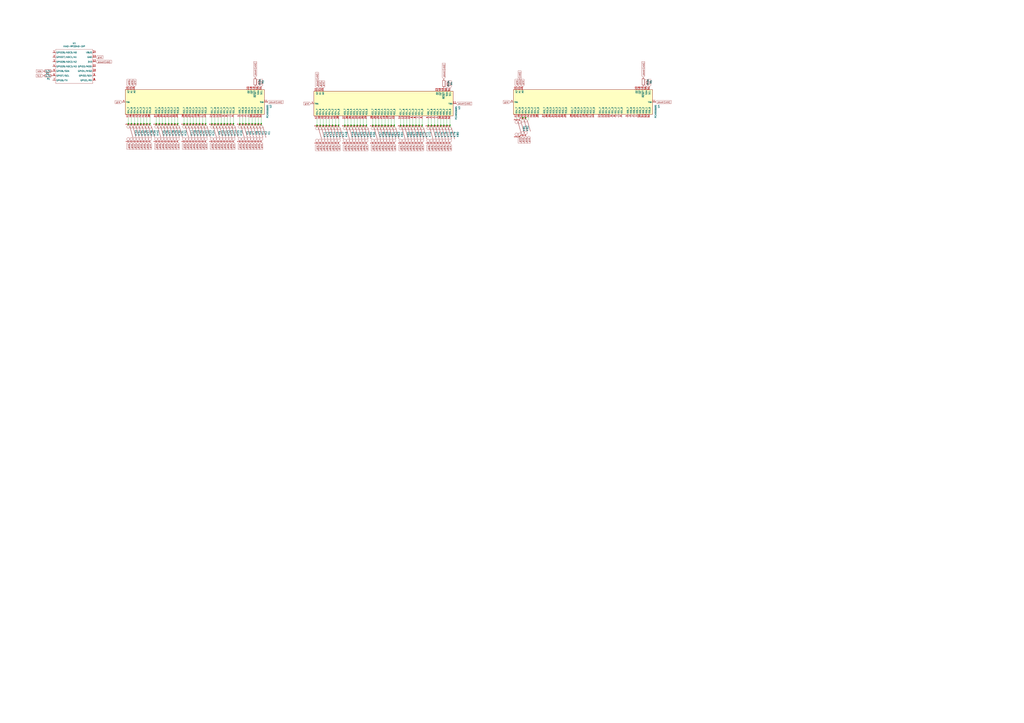
<source format=kicad_sch>
(kicad_sch (version 20231120) (generator "eeschema") (generator_version "8.0")
  (paper "A1")
  (lib_symbols
    (symbol "Device:R" (pin_numbers hide) (pin_names (offset 0))
      (property "Reference" "R" (at 2.032 0 90))
      (property "Value" "R" (at 0 0 90))
      (symbol "R_1_1"
        (pin passive line (at 0 3.81 270) (length 1.27) (name "~") (number "1"))
        (pin passive line (at 0 -3.81 90) (length 1.27) (name "~") (number "2"))
      )
    )
    (symbol "Interface_Expansion:PCA9506BS"
      (property "Reference" "U" (at -8.89 59.69 0))
      (property "Value" "PCA9506BS" (at 6.35 59.69 0))
      (symbol "PCA9506BS_1_1"
        (pin bidirectional line (at 12.7 45.72 180) (length 2.54) (name "IO0_4") (number "1"))
        (pin bidirectional line (at 12.7 22.86 180) (length 2.54) (name "IO1_4") (number "10"))
        (pin power_in line (at 0 60.96 270) (length 2.54) (name "V_{DD}") (number "11"))
        (pin bidirectional line (at 12.7 20.32 180) (length 2.54) (name "IO1_5") (number "12"))
        (pin bidirectional line (at 12.7 17.78 180) (length 2.54) (name "IO1_6") (number "13"))
        (pin bidirectional line (at 12.7 15.24 180) (length 2.54) (name "IO1_7") (number "14"))
        (pin bidirectional line (at 12.7 10.16 180) (length 2.54) (name "IO2_0") (number "15"))
        (pin passive line (at 0 -58.42 90) (length 2.54) hide (name "V_{SS}") (number "16"))
        (pin bidirectional line (at 12.7 7.62 180) (length 2.54) (name "IO2_1") (number "17"))
        (pin bidirectional line (at 12.7 5.08 180) (length 2.54) (name "IO2_2") (number "18"))
        (pin bidirectional line (at 12.7 2.54 180) (length 2.54) (name "IO2_3") (number "19"))
        (pin bidirectional line (at 12.7 43.18 180) (length 2.54) (name "IO0_5") (number "2"))
        (pin input line (at -12.7 -48.26 0) (length 2.54) (name "A0") (number "20"))
        (pin input line (at -12.7 -50.8 0) (length 2.54) (name "A1") (number "21"))
        (pin input line (at -12.7 -53.34 0) (length 2.54) (name "A2") (number "22"))
        (pin input line (at -12.7 45.72 0) (length 2.54) (name "~{OE}") (number "23"))
        (pin bidirectional line (at 12.7 0 180) (length 2.54) (name "IO2_4") (number "24"))
        (pin bidirectional line (at 12.7 -2.54 180) (length 2.54) (name "IO2_5") (number "25"))
        (pin bidirectional line (at 12.7 -5.08 180) (length 2.54) (name "IO2_6") (number "26"))
        (pin passive line (at 0 -58.42 90) (length 2.54) hide (name "V_{SS}") (number "27"))
        (pin bidirectional line (at 12.7 -7.62 180) (length 2.54) (name "IO2_7") (number "28"))
        (pin bidirectional line (at 12.7 -12.7 180) (length 2.54) (name "IO3_0") (number "29"))
        (pin bidirectional line (at 12.7 40.64 180) (length 2.54) (name "IO0_6") (number "3"))
        (pin bidirectional line (at 12.7 -15.24 180) (length 2.54) (name "IO3_1") (number "30"))
        (pin bidirectional line (at 12.7 -17.78 180) (length 2.54) (name "IO3_2") (number "31"))
        (pin passive line (at 0 -58.42 90) (length 2.54) hide (name "V_{SS}") (number "32"))
        (pin bidirectional line (at 12.7 -20.32 180) (length 2.54) (name "IO3_3") (number "33"))
        (pin bidirectional line (at 12.7 -22.86 180) (length 2.54) (name "IO3_4") (number "34"))
        (pin bidirectional line (at 12.7 -25.4 180) (length 2.54) (name "IO3_5") (number "35"))
        (pin bidirectional line (at 12.7 -27.94 180) (length 2.54) (name "IO3_6") (number "36"))
        (pin bidirectional line (at 12.7 -30.48 180) (length 2.54) (name "IO3_7") (number "37"))
        (pin bidirectional line (at 12.7 -35.56 180) (length 2.54) (name "IO4_0") (number "38"))
        (pin passive line (at 0 60.96 270) (length 2.54) hide (name "V_{DD}") (number "39"))
        (pin power_in line (at 0 -58.42 90) (length 2.54) (name "V_{SS}") (number "4"))
        (pin bidirectional line (at 12.7 -38.1 180) (length 2.54) (name "IO4_1") (number "40"))
        (pin bidirectional line (at 12.7 -40.64 180) (length 2.54) (name "IO4_2") (number "41"))
        (pin bidirectional line (at 12.7 -43.18 180) (length 2.54) (name "IO4_3") (number "42"))
        (pin bidirectional line (at 12.7 -45.72 180) (length 2.54) (name "IO4_4") (number "43"))
        (pin passive line (at 0 -58.42 90) (length 2.54) hide (name "V_{SS}") (number "44"))
        (pin bidirectional line (at 12.7 -48.26 180) (length 2.54) (name "IO4_5") (number "45"))
        (pin bidirectional line (at 12.7 -50.8 180) (length 2.54) (name "IO4_6") (number "46"))
        (pin bidirectional line (at 12.7 -53.34 180) (length 2.54) (name "IO4_7") (number "47"))
        (pin open_collector line (at -12.7 48.26 0) (length 2.54) (name "~{INT}") (number "48"))
        (pin input line (at -12.7 50.8 0) (length 2.54) (name "~{RESET}") (number "49"))
        (pin bidirectional line (at 12.7 38.1 180) (length 2.54) (name "IO0_7") (number "5"))
        (pin bidirectional line (at -12.7 53.34 0) (length 2.54) (name "SDA") (number "50"))
        (pin input line (at -12.7 55.88 0) (length 2.54) (name "SCL") (number "51"))
        (pin bidirectional line (at 12.7 55.88 180) (length 2.54) (name "IO0_0") (number "52"))
        (pin bidirectional line (at 12.7 53.34 180) (length 2.54) (name "IO0_1") (number "53"))
        (pin bidirectional line (at 12.7 50.8 180) (length 2.54) (name "IO0_2") (number "54"))
        (pin passive line (at 0 -58.42 90) (length 2.54) hide (name "V_{SS}") (number "55"))
        (pin bidirectional line (at 12.7 48.26 180) (length 2.54) (name "IO0_3") (number "56"))
        (pin passive line (at 0 -58.42 90) (length 2.54) hide (name "V_{SS}") (number "57"))
        (pin bidirectional line (at 12.7 33.02 180) (length 2.54) (name "IO1_0") (number "6"))
        (pin bidirectional line (at 12.7 30.48 180) (length 2.54) (name "IO1_1") (number "7"))
        (pin bidirectional line (at 12.7 27.94 180) (length 2.54) (name "IO1_2") (number "8"))
        (pin bidirectional line (at 12.7 25.4 180) (length 2.54) (name "IO1_3") (number "9"))
      )
    )
    (symbol "Seeed_Studio_XIAO_Series:XIAO-RP2040-DIP"
      (property "Reference" "U" (at 0 0 0))
      (property "Value" "XIAO-RP2040-DIP" (at 5.334 -1.778 0))
      (symbol "XIAO-RP2040-DIP_1_0"
        (pin passive line (at -3.81 -5.08 0) (length 2.54) (name "GPIO26/ADC0/A0") (number "1"))
        (pin passive line (at 31.75 -20.32 180) (length 2.54) (name "GPIO4/MISO") (number "10"))
        (pin passive line (at 31.75 -16.51 180) (length 2.54) (name "GPIO3/MOSI") (number "11"))
        (pin passive line (at 31.75 -12.7 180) (length 2.54) (name "3V3") (number "12"))
        (pin passive line (at 31.75 -8.89 180) (length 2.54) (name "GND") (number "13"))
        (pin passive line (at 31.75 -5.08 180) (length 2.54) (name "VBUS") (number "14"))
        (pin passive line (at -3.81 -8.89 0) (length 2.54) (name "GPIO27/ADC1/A1") (number "2"))
        (pin passive line (at -3.81 -12.7 0) (length 2.54) (name "GPIO28/ADC2/A2") (number "3"))
        (pin passive line (at -3.81 -16.51 0) (length 2.54) (name "GPIO29/ADC3/A3") (number "4"))
        (pin passive line (at -3.81 -20.32 0) (length 2.54) (name "GPIO6/SDA") (number "5"))
        (pin passive line (at -3.81 -24.13 0) (length 2.54) (name "GPIO7/SCL") (number "6"))
        (pin passive line (at -3.81 -27.94 0) (length 2.54) (name "GPIO0/TX") (number "7"))
        (pin passive line (at 31.75 -27.94 180) (length 2.54) (name "GPIO1/RX") (number "8"))
        (pin passive line (at 31.75 -24.13 180) (length 2.54) (name "GPIO2/SCK") (number "9"))
      )
    )
    (symbol "keyboard_parts:KEYSW" (pin_names (offset 1.016))
      (property "Reference" "K?" (at -1.27 0 0))
      (symbol "KEYSW_1_1"
        (pin passive line (at 7.62 0 180) (length 1.27) (name "~") (number "1"))
        (pin passive line (at -7.62 0 0) (length 1.27) (name "~") (number "2"))
      )
    )
  )
  (junction (at 288.29 102.87))
  (junction (at 354.33 102.87))
  (junction (at 278.13 102.87))
  (junction (at 429.26 96.52))
  (junction (at 143.51 101.6))
  (junction (at 146.05 101.6))
  (junction (at 431.8 96.52))
  (junction (at 270.51 102.87))
  (junction (at 204.47 101.6))
  (junction (at 285.75 102.87))
  (junction (at 318.77 102.87))
  (junction (at 313.69 102.87))
  (junction (at 293.37 102.87))
  (junction (at 351.79 102.87))
  (junction (at 199.39 101.6))
  (junction (at 186.69 101.6))
  (junction (at 367.03 102.87))
  (junction (at 128.27 101.6))
  (junction (at 166.37 101.6))
  (junction (at 275.59 102.87))
  (junction (at 115.57 101.6))
  (junction (at 156.21 101.6))
  (junction (at 168.91 101.6))
  (junction (at 341.63 102.87))
  (junction (at 135.89 101.6))
  (junction (at 189.23 101.6))
  (junction (at 262.89 102.87))
  (junction (at 364.49 102.87))
  (junction (at 369.57 102.87))
  (junction (at 133.35 101.6))
  (junction (at 321.31 102.87))
  (junction (at 308.61 102.87))
  (junction (at 201.93 101.6))
  (junction (at 316.23 102.87))
  (junction (at 267.97 102.87))
  (junction (at 130.81 101.6))
  (junction (at 176.53 101.6))
  (junction (at 105.41 101.6))
  (junction (at 306.07 102.87))
  (junction (at 179.07 101.6))
  (junction (at 339.09 102.87))
  (junction (at 334.01 102.87))
  (junction (at 265.43 102.87))
  (junction (at 153.67 101.6))
  (junction (at 118.11 101.6))
  (junction (at 209.55 101.6))
  (junction (at 151.13 101.6))
  (junction (at 140.97 101.6))
  (junction (at 110.49 101.6))
  (junction (at 295.91 102.87))
  (junction (at 138.43 101.6))
  (junction (at 260.35 102.87))
  (junction (at 184.15 101.6))
  (junction (at 298.45 102.87))
  (junction (at 344.17 102.87))
  (junction (at 181.61 101.6))
  (junction (at 359.41 102.87))
  (junction (at 361.95 102.87))
  (junction (at 328.93 102.87))
  (junction (at 107.95 101.6))
  (junction (at 120.65 101.6))
  (junction (at 163.83 101.6))
  (junction (at 323.85 102.87))
  (junction (at 173.99 101.6))
  (junction (at 283.21 102.87))
  (junction (at 336.55 102.87))
  (junction (at 311.15 102.87))
  (junction (at 331.47 102.87))
  (junction (at 207.01 101.6))
  (junction (at 356.87 102.87))
  (junction (at 113.03 101.6))
  (junction (at 158.75 101.6))
  (junction (at 214.63 101.6))
  (junction (at 161.29 101.6))
  (junction (at 290.83 102.87))
  (junction (at 346.71 102.87))
  (junction (at 300.99 102.87))
  (junction (at 196.85 101.6))
  (junction (at 123.19 101.6))
  (junction (at 191.77 101.6))
  (junction (at 212.09 101.6))
  (junction (at 273.05 102.87))
  (wire (pts (xy 308.61 105.41) (xy 308.61 102.87)))
  (wire (pts (xy 260.35 97.79) (xy 260.35 102.87)))
  (wire (pts (xy 344.17 105.41) (xy 344.17 102.87)))
  (wire (pts (xy 354.33 105.41) (xy 354.33 102.87)))
  (wire (pts (xy 275.59 105.41) (xy 275.59 102.87)))
  (wire (pts (xy 209.55 96.52) (xy 209.55 101.6)))
  (wire (pts (xy 369.57 105.41) (xy 369.57 102.87)))
  (wire (pts (xy 359.41 97.79) (xy 359.41 102.87)))
  (wire (pts (xy 204.47 96.52) (xy 204.47 101.6)))
  (wire (pts (xy 110.49 96.52) (xy 110.49 101.6)))
  (wire (pts (xy 140.97 96.52) (xy 140.97 101.6)))
  (wire (pts (xy 308.61 97.79) (xy 308.61 102.87)))
  (wire (pts (xy 318.77 97.79) (xy 318.77 102.87)))
  (wire (pts (xy 176.53 104.14) (xy 176.53 101.6)))
  (wire (pts (xy 262.89 105.41) (xy 262.89 102.87)))
  (wire (pts (xy 275.59 97.79) (xy 275.59 102.87)))
  (wire (pts (xy 361.95 97.79) (xy 361.95 102.87)))
  (wire (pts (xy 346.71 97.79) (xy 346.71 102.87)))
  (wire (pts (xy 270.51 97.79) (xy 270.51 102.87)))
  (wire (pts (xy 181.61 96.52) (xy 181.61 101.6)))
  (wire (pts (xy 207.01 96.52) (xy 207.01 101.6)))
  (wire (pts (xy 138.43 104.14) (xy 138.43 101.6)))
  (wire (pts (xy 267.97 97.79) (xy 267.97 102.87)))
  (wire (pts (xy 184.15 104.14) (xy 184.15 101.6)))
  (wire (pts (xy 207.01 104.14) (xy 207.01 101.6)))
  (wire (pts (xy 186.69 96.52) (xy 186.69 101.6)))
  (wire (pts (xy 323.85 97.79) (xy 323.85 102.87)))
  (wire (pts (xy 278.13 97.79) (xy 278.13 102.87)))
  (wire (pts (xy 344.17 97.79) (xy 344.17 102.87)))
  (wire (pts (xy 434.34 99.06) (xy 434.34 96.52)))
  (wire (pts (xy 367.03 105.41) (xy 367.03 102.87)))
  (wire (pts (xy 133.35 104.14) (xy 133.35 101.6)))
  (wire (pts (xy 209.55 104.14) (xy 209.55 101.6)))
  (wire (pts (xy 135.89 96.52) (xy 135.89 101.6)))
  (wire (pts (xy 336.55 105.41) (xy 336.55 102.87)))
  (wire (pts (xy 158.75 96.52) (xy 158.75 101.6)))
  (wire (pts (xy 356.87 105.41) (xy 356.87 102.87)))
  (wire (pts (xy 316.23 97.79) (xy 316.23 102.87)))
  (wire (pts (xy 135.89 104.14) (xy 135.89 101.6)))
  (wire (pts (xy 179.07 96.52) (xy 179.07 101.6)))
  (wire (pts (xy 105.41 96.52) (xy 105.41 101.6)))
  (wire (pts (xy 265.43 105.41) (xy 265.43 102.87)))
  (wire (pts (xy 173.99 104.14) (xy 173.99 101.6)))
  (wire (pts (xy 341.63 105.41) (xy 341.63 102.87)))
  (wire (pts (xy 168.91 96.52) (xy 168.91 101.6)))
  (wire (pts (xy 313.69 97.79) (xy 313.69 102.87)))
  (wire (pts (xy 311.15 97.79) (xy 311.15 102.87)))
  (wire (pts (xy 113.03 104.14) (xy 113.03 101.6)))
  (wire (pts (xy 306.07 105.41) (xy 306.07 102.87)))
  (wire (pts (xy 214.63 104.14) (xy 214.63 101.6)))
  (wire (pts (xy 351.79 105.41) (xy 351.79 102.87)))
  (wire (pts (xy 424.18 97.79) (xy 424.18 96.52)))
  (wire (pts (xy 120.65 104.14) (xy 120.65 101.6)))
  (wire (pts (xy 426.72 113.03) (xy 426.72 111.76)))
  (wire (pts (xy 351.79 97.79) (xy 351.79 102.87)))
  (wire (pts (xy 146.05 104.14) (xy 146.05 101.6)))
  (wire (pts (xy 339.09 97.79) (xy 339.09 102.87)))
  (wire (pts (xy 128.27 104.14) (xy 128.27 101.6)))
  (wire (pts (xy 288.29 97.79) (xy 288.29 102.87)))
  (wire (pts (xy 267.97 105.41) (xy 267.97 102.87)))
  (wire (pts (xy 367.03 97.79) (xy 367.03 102.87)))
  (wire (pts (xy 364.49 97.79) (xy 364.49 102.87)))
  (wire (pts (xy 110.49 104.14) (xy 110.49 101.6)))
  (wire (pts (xy 176.53 96.52) (xy 176.53 101.6)))
  (wire (pts (xy 346.71 105.41) (xy 346.71 102.87)))
  (wire (pts (xy 107.95 104.14) (xy 107.95 101.6)))
  (wire (pts (xy 123.19 104.14) (xy 123.19 101.6)))
  (wire (pts (xy 184.15 96.52) (xy 184.15 101.6)))
  (wire (pts (xy 156.21 96.52) (xy 156.21 101.6)))
  (wire (pts (xy 146.05 96.52) (xy 146.05 101.6)))
  (wire (pts (xy 179.07 104.14) (xy 179.07 101.6)))
  (wire (pts (xy 336.55 97.79) (xy 336.55 102.87)))
  (wire (pts (xy 201.93 96.52) (xy 201.93 101.6)))
  (wire (pts (xy 273.05 97.79) (xy 273.05 102.87)))
  (wire (pts (xy 270.51 105.41) (xy 270.51 102.87)))
  (wire (pts (xy 166.37 96.52) (xy 166.37 101.6)))
  (wire (pts (xy 285.75 97.79) (xy 285.75 102.87)))
  (wire (pts (xy 118.11 104.14) (xy 118.11 101.6)))
  (wire (pts (xy 186.69 104.14) (xy 186.69 101.6)))
  (wire (pts (xy 328.93 105.41) (xy 328.93 102.87)))
  (wire (pts (xy 300.99 97.79) (xy 300.99 102.87)))
  (wire (pts (xy 298.45 105.41) (xy 298.45 102.87)))
  (wire (pts (xy 115.57 96.52) (xy 115.57 101.6)))
  (wire (pts (xy 163.83 104.14) (xy 163.83 101.6)))
  (wire (pts (xy 163.83 96.52) (xy 163.83 101.6)))
  (wire (pts (xy 133.35 96.52) (xy 133.35 101.6)))
  (wire (pts (xy 151.13 104.14) (xy 151.13 101.6)))
  (wire (pts (xy 201.93 104.14) (xy 201.93 101.6)))
  (wire (pts (xy 328.93 97.79) (xy 328.93 102.87)))
  (wire (pts (xy 354.33 97.79) (xy 354.33 102.87)))
  (wire (pts (xy 199.39 104.14) (xy 199.39 101.6)))
  (wire (pts (xy 140.97 104.14) (xy 140.97 101.6)))
  (wire (pts (xy 311.15 105.41) (xy 311.15 102.87)))
  (wire (pts (xy 189.23 104.14) (xy 189.23 101.6)))
  (wire (pts (xy 199.39 96.52) (xy 199.39 101.6)))
  (wire (pts (xy 306.07 97.79) (xy 306.07 102.87)))
  (wire (pts (xy 293.37 105.41) (xy 293.37 102.87)))
  (wire (pts (xy 212.09 96.52) (xy 212.09 101.6)))
  (wire (pts (xy 153.67 104.14) (xy 153.67 101.6)))
  (wire (pts (xy 168.91 104.14) (xy 168.91 101.6)))
  (wire (pts (xy 115.57 104.14) (xy 115.57 101.6)))
  (wire (pts (xy 173.99 96.52) (xy 173.99 101.6)))
  (wire (pts (xy 158.75 104.14) (xy 158.75 101.6)))
  (wire (pts (xy 285.75 105.41) (xy 285.75 102.87)))
  (wire (pts (xy 321.31 105.41) (xy 321.31 102.87)))
  (wire (pts (xy 138.43 96.52) (xy 138.43 101.6)))
  (wire (pts (xy 156.21 104.14) (xy 156.21 101.6)))
  (wire (pts (xy 313.69 105.41) (xy 313.69 102.87)))
  (wire (pts (xy 331.47 105.41) (xy 331.47 102.87)))
  (wire (pts (xy 161.29 96.52) (xy 161.29 101.6)))
  (wire (pts (xy 105.41 104.14) (xy 105.41 101.6)))
  (wire (pts (xy 130.81 104.14) (xy 130.81 101.6)))
  (wire (pts (xy 107.95 96.52) (xy 107.95 101.6)))
  (wire (pts (xy 321.31 97.79) (xy 321.31 102.87)))
  (wire (pts (xy 143.51 104.14) (xy 143.51 101.6)))
  (wire (pts (xy 323.85 105.41) (xy 323.85 102.87)))
  (wire (pts (xy 191.77 104.14) (xy 191.77 101.6)))
  (wire (pts (xy 262.89 97.79) (xy 262.89 102.87)))
  (wire (pts (xy 295.91 105.41) (xy 295.91 102.87)))
  (wire (pts (xy 189.23 96.52) (xy 189.23 101.6)))
  (wire (pts (xy 123.19 96.52) (xy 123.19 101.6)))
  (wire (pts (xy 283.21 105.41) (xy 283.21 102.87)))
  (wire (pts (xy 369.57 97.79) (xy 369.57 102.87)))
  (wire (pts (xy 196.85 96.52) (xy 196.85 101.6)))
  (wire (pts (xy 181.61 104.14) (xy 181.61 101.6)))
  (wire (pts (xy 196.85 104.14) (xy 196.85 101.6)))
  (wire (pts (xy 283.21 97.79) (xy 283.21 102.87)))
  (wire (pts (xy 153.67 96.52) (xy 153.67 101.6)))
  (wire (pts (xy 130.81 96.52) (xy 130.81 101.6)))
  (wire (pts (xy 361.95 105.41) (xy 361.95 102.87)))
  (wire (pts (xy 273.05 105.41) (xy 273.05 102.87)))
  (wire (pts (xy 128.27 96.52) (xy 128.27 101.6)))
  (wire (pts (xy 341.63 97.79) (xy 341.63 102.87)))
  (wire (pts (xy 120.65 96.52) (xy 120.65 101.6)))
  (wire (pts (xy 265.43 97.79) (xy 265.43 102.87)))
  (wire (pts (xy 364.49 105.41) (xy 364.49 102.87)))
  (wire (pts (xy 151.13 96.52) (xy 151.13 101.6)))
  (wire (pts (xy 339.09 105.41) (xy 339.09 102.87)))
  (wire (pts (xy 113.03 96.52) (xy 113.03 101.6)))
  (wire (pts (xy 290.83 105.41) (xy 290.83 102.87)))
  (wire (pts (xy 359.41 105.41) (xy 359.41 102.87)))
  (wire (pts (xy 429.26 99.06) (xy 429.26 96.52)))
  (wire (pts (xy 214.63 96.52) (xy 214.63 101.6)))
  (wire (pts (xy 143.51 96.52) (xy 143.51 101.6)))
  (wire (pts (xy 331.47 97.79) (xy 331.47 102.87)))
  (wire (pts (xy 260.35 105.41) (xy 260.35 102.87)))
  (wire (pts (xy 316.23 105.41) (xy 316.23 102.87)))
  (wire (pts (xy 191.77 96.52) (xy 191.77 101.6)))
  (wire (pts (xy 334.01 97.79) (xy 334.01 102.87)))
  (wire (pts (xy 300.99 105.41) (xy 300.99 102.87)))
  (wire (pts (xy 295.91 97.79) (xy 295.91 102.87)))
  (wire (pts (xy 298.45 97.79) (xy 298.45 102.87)))
  (wire (pts (xy 426.72 97.79) (xy 426.72 96.52)))
  (wire (pts (xy 204.47 104.14) (xy 204.47 101.6)))
  (wire (pts (xy 166.37 104.14) (xy 166.37 101.6)))
  (wire (pts (xy 161.29 104.14) (xy 161.29 101.6)))
  (wire (pts (xy 118.11 96.52) (xy 118.11 101.6)))
  (wire (pts (xy 290.83 97.79) (xy 290.83 102.87)))
  (wire (pts (xy 288.29 105.41) (xy 288.29 102.87)))
  (wire (pts (xy 431.8 99.06) (xy 431.8 96.52)))
  (wire (pts (xy 278.13 105.41) (xy 278.13 102.87)))
  (wire (pts (xy 318.77 105.41) (xy 318.77 102.87)))
  (wire (pts (xy 356.87 97.79) (xy 356.87 102.87)))
  (wire (pts (xy 293.37 97.79) (xy 293.37 102.87)))
  (wire (pts (xy 212.09 104.14) (xy 212.09 101.6)))
  (wire (pts (xy 334.01 105.41) (xy 334.01 102.87)))
  (global_label "gnd" (shape input) (at 128.27 116.84 270) (property "Intersheetrefs" "${INTERSHEET_REFS}" (effects (hide yes))))
  (global_label "power(vdd)" (shape input) (at 374.65 85.09 0) (property "Intersheetrefs" "${INTERSHEET_REFS}" (effects (hide yes))))
  (global_label "gnd" (shape input) (at 270.51 118.11 270) (property "Intersheetrefs" "${INTERSHEET_REFS}" (effects (hide yes))))
  (global_label "gnd" (shape input) (at 186.69 116.84 270) (property "Intersheetrefs" "${INTERSHEET_REFS}" (effects (hide yes))))
  (global_label "gnd" (shape input) (at 359.41 118.11 270) (property "Intersheetrefs" "${INTERSHEET_REFS}" (effects (hide yes))))
  (global_label "gnd" (shape input) (at 318.77 118.11 270) (property "Intersheetrefs" "${INTERSHEET_REFS}" (effects (hide yes))))
  (global_label "gnd" (shape input) (at 262.89 72.39 90) (property "Intersheetrefs" "${INTERSHEET_REFS}" (effects (hide yes))))
  (global_label "gnd" (shape input) (at 176.53 116.84 270) (property "Intersheetrefs" "${INTERSHEET_REFS}" (effects (hide yes))))
  (global_label "gnd" (shape input) (at 191.77 116.84 270) (property "Intersheetrefs" "${INTERSHEET_REFS}" (effects (hide yes))))
  (global_label "gnd" (shape input) (at 313.69 118.11 270) (property "Intersheetrefs" "${INTERSHEET_REFS}" (effects (hide yes))))
  (global_label "gnd" (shape input) (at 311.15 118.11 270) (property "Intersheetrefs" "${INTERSHEET_REFS}" (effects (hide yes))))
  (global_label "SLC" (shape input) (at 35.56 62.23 180) (property "Intersheetrefs" "${INTERSHEET_REFS}" (effects (hide yes))))
  (global_label "gnd" (shape input) (at 298.45 118.11 270) (property "Intersheetrefs" "${INTERSHEET_REFS}" (effects (hide yes))))
  (global_label "gnd" (shape input) (at 265.43 72.39 90) (property "Intersheetrefs" "${INTERSHEET_REFS}" (effects (hide yes))))
  (global_label "gnd" (shape input) (at 115.57 116.84 270) (property "Intersheetrefs" "${INTERSHEET_REFS}" (effects (hide yes))))
  (global_label "gnd" (shape input) (at 166.37 116.84 270) (property "Intersheetrefs" "${INTERSHEET_REFS}" (effects (hide yes))))
  (global_label "gnd" (shape input) (at 361.95 118.11 270) (property "Intersheetrefs" "${INTERSHEET_REFS}" (effects (hide yes))))
  (global_label "gnd" (shape input) (at 434.34 111.76 270) (property "Intersheetrefs" "${INTERSHEET_REFS}" (effects (hide yes))))
  (global_label "gnd" (shape input) (at 189.23 116.84 270) (property "Intersheetrefs" "${INTERSHEET_REFS}" (effects (hide yes))))
  (global_label "sda" (shape input) (at 530.86 71.12 90) (property "Intersheetrefs" "${INTERSHEET_REFS}" (effects (hide yes))))
  (global_label "gnd" (shape input) (at 334.01 118.11 270) (property "Intersheetrefs" "${INTERSHEET_REFS}" (effects (hide yes))))
  (global_label "gnd" (shape input) (at 424.18 71.12 90) (property "Intersheetrefs" "${INTERSHEET_REFS}" (effects (hide yes))))
  (global_label "gnd" (shape input) (at 265.43 118.11 270) (property "Intersheetrefs" "${INTERSHEET_REFS}" (effects (hide yes))))
  (global_label "gnd" (shape input) (at 110.49 116.84 270) (property "Intersheetrefs" "${INTERSHEET_REFS}" (effects (hide yes))))
  (global_label "power(vdd)" (shape input) (at 78.74 50.8 0) (property "Intersheetrefs" "${INTERSHEET_REFS}" (effects (hide yes))))
  (global_label "gnd" (shape input) (at 196.85 116.84 270) (property "Intersheetrefs" "${INTERSHEET_REFS}" (effects (hide yes))))
  (global_label "gnd" (shape input) (at 209.55 116.84 270) (property "Intersheetrefs" "${INTERSHEET_REFS}" (effects (hide yes))))
  (global_label "sda" (shape input) (at 35.56 58.42 180) (property "Intersheetrefs" "${INTERSHEET_REFS}" (effects (hide yes))))
  (global_label "gnd" (shape input) (at 130.81 116.84 270) (property "Intersheetrefs" "${INTERSHEET_REFS}" (effects (hide yes))))
  (global_label "gnd" (shape input) (at 199.39 116.84 270) (property "Intersheetrefs" "${INTERSHEET_REFS}" (effects (hide yes))))
  (global_label "gnd" (shape input) (at 212.09 116.84 270) (property "Intersheetrefs" "${INTERSHEET_REFS}" (effects (hide yes))))
  (global_label "gnd" (shape input) (at 161.29 116.84 270) (property "Intersheetrefs" "${INTERSHEET_REFS}" (effects (hide yes))))
  (global_label "gnd" (shape input) (at 156.21 116.84 270) (property "Intersheetrefs" "${INTERSHEET_REFS}" (effects (hide yes))))
  (global_label "gnd" (shape input) (at 331.47 118.11 270) (property "Intersheetrefs" "${INTERSHEET_REFS}" (effects (hide yes))))
  (global_label "power(vdd)" (shape input) (at 528.32 63.5 90) (property "Intersheetrefs" "${INTERSHEET_REFS}" (effects (hide yes))))
  (global_label "SLC" (shape input) (at 369.57 72.39 90) (property "Intersheetrefs" "${INTERSHEET_REFS}" (effects (hide yes))))
  (global_label "gnd" (shape input) (at 293.37 118.11 270) (property "Intersheetrefs" "${INTERSHEET_REFS}" (effects (hide yes))))
  (global_label "gnd" (shape input) (at 113.03 116.84 270) (property "Intersheetrefs" "${INTERSHEET_REFS}" (effects (hide yes))))
  (global_label "gnd" (shape input) (at 168.91 116.84 270) (property "Intersheetrefs" "${INTERSHEET_REFS}" (effects (hide yes))))
  (global_label "power(vdd)" (shape input) (at 219.71 83.82 0) (property "Intersheetrefs" "${INTERSHEET_REFS}" (effects (hide yes))))
  (global_label "gnd" (shape input) (at 308.61 118.11 270) (property "Intersheetrefs" "${INTERSHEET_REFS}" (effects (hide yes))))
  (global_label "gnd" (shape input) (at 339.09 118.11 270) (property "Intersheetrefs" "${INTERSHEET_REFS}" (effects (hide yes))))
  (global_label "power(vdd)" (shape input) (at 538.48 83.82 0) (property "Intersheetrefs" "${INTERSHEET_REFS}" (effects (hide yes))))
  (global_label "gnd" (shape input) (at 105.41 71.12 90) (property "Intersheetrefs" "${INTERSHEET_REFS}" (effects (hide yes))))
  (global_label "SLC" (shape input) (at 533.4 71.12 90) (property "Intersheetrefs" "${INTERSHEET_REFS}" (effects (hide yes))))
  (global_label "gnd" (shape input) (at 288.29 118.11 270) (property "Intersheetrefs" "${INTERSHEET_REFS}" (effects (hide yes))))
  (global_label "gnd" (shape input) (at 273.05 118.11 270) (property "Intersheetrefs" "${INTERSHEET_REFS}" (effects (hide yes))))
  (global_label "gnd" (shape input) (at 426.72 111.76 270) (property "Intersheetrefs" "${INTERSHEET_REFS}" (effects (hide yes))))
  (global_label "gnd" (shape input) (at 151.13 116.84 270) (property "Intersheetrefs" "${INTERSHEET_REFS}" (effects (hide yes))))
  (global_label "gnd" (shape input) (at 262.89 118.11 270) (property "Intersheetrefs" "${INTERSHEET_REFS}" (effects (hide yes))))
  (global_label "gnd" (shape input) (at 135.89 116.84 270) (property "Intersheetrefs" "${INTERSHEET_REFS}" (effects (hide yes))))
  (global_label "gnd" (shape input) (at 429.26 111.76 270) (property "Intersheetrefs" "${INTERSHEET_REFS}" (effects (hide yes))))
  (global_label "gnd" (shape input) (at 290.83 118.11 270) (property "Intersheetrefs" "${INTERSHEET_REFS}" (effects (hide yes))))
  (global_label "gnd" (shape input) (at 275.59 118.11 270) (property "Intersheetrefs" "${INTERSHEET_REFS}" (effects (hide yes))))
  (global_label "power(vdd)" (shape input) (at 260.35 72.39 90) (property "Intersheetrefs" "${INTERSHEET_REFS}" (effects (hide yes))))
  (global_label "gnd" (shape input) (at 369.57 118.11 270) (property "Intersheetrefs" "${INTERSHEET_REFS}" (effects (hide yes))))
  (global_label "gnd" (shape input) (at 344.17 118.11 270) (property "Intersheetrefs" "${INTERSHEET_REFS}" (effects (hide yes))))
  (global_label "power(vdd)" (shape input) (at 364.49 64.77 90) (property "Intersheetrefs" "${INTERSHEET_REFS}" (effects (hide yes))))
  (global_label "gnd" (shape input) (at 184.15 116.84 270) (property "Intersheetrefs" "${INTERSHEET_REFS}" (effects (hide yes))))
  (global_label "SLC" (shape input) (at 214.63 71.12 90) (property "Intersheetrefs" "${INTERSHEET_REFS}" (effects (hide yes))))
  (global_label "gnd" (shape input) (at 255.27 85.09 180) (property "Intersheetrefs" "${INTERSHEET_REFS}" (effects (hide yes))))
  (global_label "gnd" (shape input) (at 267.97 118.11 270) (property "Intersheetrefs" "${INTERSHEET_REFS}" (effects (hide yes))))
  (global_label "gnd" (shape input) (at 278.13 118.11 270) (property "Intersheetrefs" "${INTERSHEET_REFS}" (effects (hide yes))))
  (global_label "gnd" (shape input) (at 341.63 118.11 270) (property "Intersheetrefs" "${INTERSHEET_REFS}" (effects (hide yes))))
  (global_label "gnd" (shape input) (at 364.49 118.11 270) (property "Intersheetrefs" "${INTERSHEET_REFS}" (effects (hide yes))))
  (global_label "gnd" (shape input) (at 201.93 116.84 270) (property "Intersheetrefs" "${INTERSHEET_REFS}" (effects (hide yes))))
  (global_label "gnd" (shape input) (at 107.95 71.12 90) (property "Intersheetrefs" "${INTERSHEET_REFS}" (effects (hide yes))))
  (global_label "gnd" (shape input) (at 173.99 116.84 270) (property "Intersheetrefs" "${INTERSHEET_REFS}" (effects (hide yes))))
  (global_label "sda" (shape input) (at 212.09 71.12 90) (property "Intersheetrefs" "${INTERSHEET_REFS}" (effects (hide yes))))
  (global_label "power(vdd)" (shape input) (at 209.55 63.5 90) (property "Intersheetrefs" "${INTERSHEET_REFS}" (effects (hide yes))))
  (global_label "gnd" (shape input) (at 300.99 118.11 270) (property "Intersheetrefs" "${INTERSHEET_REFS}" (effects (hide yes))))
  (global_label "gnd" (shape input) (at 429.26 71.12 90) (property "Intersheetrefs" "${INTERSHEET_REFS}" (effects (hide yes))))
  (global_label "gnd" (shape input) (at 285.75 118.11 270) (property "Intersheetrefs" "${INTERSHEET_REFS}" (effects (hide yes))))
  (global_label "gnd" (shape input) (at 354.33 118.11 270) (property "Intersheetrefs" "${INTERSHEET_REFS}" (effects (hide yes))))
  (global_label "gnd" (shape input) (at 260.35 118.11 270) (property "Intersheetrefs" "${INTERSHEET_REFS}" (effects (hide yes))))
  (global_label "gnd" (shape input) (at 179.07 116.84 270) (property "Intersheetrefs" "${INTERSHEET_REFS}" (effects (hide yes))))
  (global_label "gnd" (shape input) (at 323.85 118.11 270) (property "Intersheetrefs" "${INTERSHEET_REFS}" (effects (hide yes))))
  (global_label "gnd" (shape input) (at 431.8 111.76 270) (property "Intersheetrefs" "${INTERSHEET_REFS}" (effects (hide yes))))
  (global_label "gnd" (shape input) (at 214.63 116.84 270) (property "Intersheetrefs" "${INTERSHEET_REFS}" (effects (hide yes))))
  (global_label "gnd" (shape input) (at 146.05 116.84 270) (property "Intersheetrefs" "${INTERSHEET_REFS}" (effects (hide yes))))
  (global_label "gnd" (shape input) (at 328.93 118.11 270) (property "Intersheetrefs" "${INTERSHEET_REFS}" (effects (hide yes))))
  (global_label "gnd" (shape input) (at 133.35 116.84 270) (property "Intersheetrefs" "${INTERSHEET_REFS}" (effects (hide yes))))
  (global_label "gnd" (shape input) (at 346.71 118.11 270) (property "Intersheetrefs" "${INTERSHEET_REFS}" (effects (hide yes))))
  (global_label "gnd" (shape input) (at 321.31 118.11 270) (property "Intersheetrefs" "${INTERSHEET_REFS}" (effects (hide yes))))
  (global_label "gnd" (shape input) (at 204.47 116.84 270) (property "Intersheetrefs" "${INTERSHEET_REFS}" (effects (hide yes))))
  (global_label "gnd" (shape input) (at 123.19 116.84 270) (property "Intersheetrefs" "${INTERSHEET_REFS}" (effects (hide yes))))
  (global_label "gnd" (shape input) (at 158.75 116.84 270) (property "Intersheetrefs" "${INTERSHEET_REFS}" (effects (hide yes))))
  (global_label "gnd" (shape input) (at 295.91 118.11 270) (property "Intersheetrefs" "${INTERSHEET_REFS}" (effects (hide yes))))
  (global_label "gnd" (shape input) (at 367.03 118.11 270) (property "Intersheetrefs" "${INTERSHEET_REFS}" (effects (hide yes))))
  (global_label "gnd" (shape input) (at 118.11 116.84 270) (property "Intersheetrefs" "${INTERSHEET_REFS}" (effects (hide yes))))
  (global_label "sda" (shape input) (at 367.03 72.39 90) (property "Intersheetrefs" "${INTERSHEET_REFS}" (effects (hide yes))))
  (global_label "gnd" (shape input) (at 163.83 116.84 270) (property "Intersheetrefs" "${INTERSHEET_REFS}" (effects (hide yes))))
  (global_label "gnd" (shape input) (at 306.07 118.11 270) (property "Intersheetrefs" "${INTERSHEET_REFS}" (effects (hide yes))))
  (global_label "gnd" (shape input) (at 110.49 71.12 90) (property "Intersheetrefs" "${INTERSHEET_REFS}" (effects (hide yes))))
  (global_label "gnd" (shape input) (at 140.97 116.84 270) (property "Intersheetrefs" "${INTERSHEET_REFS}" (effects (hide yes))))
  (global_label "gnd" (shape input) (at 105.41 116.84 270) (property "Intersheetrefs" "${INTERSHEET_REFS}" (effects (hide yes))))
  (global_label "gnd" (shape input) (at 138.43 116.84 270) (property "Intersheetrefs" "${INTERSHEET_REFS}" (effects (hide yes))))
  (global_label "gnd" (shape input) (at 153.67 116.84 270) (property "Intersheetrefs" "${INTERSHEET_REFS}" (effects (hide yes))))
  (global_label "gnd" (shape input) (at 78.74 46.99 0) (property "Intersheetrefs" "${INTERSHEET_REFS}" (effects (hide yes))))
  (global_label "gnd" (shape input) (at 351.79 118.11 270) (property "Intersheetrefs" "${INTERSHEET_REFS}" (effects (hide yes))))
  (global_label "gnd" (shape input) (at 283.21 118.11 270) (property "Intersheetrefs" "${INTERSHEET_REFS}" (effects (hide yes))))
  (global_label "gnd" (shape input) (at 336.55 118.11 270) (property "Intersheetrefs" "${INTERSHEET_REFS}" (effects (hide yes))))
  (global_label "gnd" (shape input) (at 207.01 116.84 270) (property "Intersheetrefs" "${INTERSHEET_REFS}" (effects (hide yes))))
  (global_label "gnd" (shape input) (at 120.65 116.84 270) (property "Intersheetrefs" "${INTERSHEET_REFS}" (effects (hide yes))))
  (global_label "gnd" (shape input) (at 107.95 116.84 270) (property "Intersheetrefs" "${INTERSHEET_REFS}" (effects (hide yes))))
  (global_label "gnd" (shape input) (at 143.51 116.84 270) (property "Intersheetrefs" "${INTERSHEET_REFS}" (effects (hide yes))))
  (global_label "gnd" (shape input) (at 356.87 118.11 270) (property "Intersheetrefs" "${INTERSHEET_REFS}" (effects (hide yes))))
  (global_label "gnd" (shape input) (at 181.61 116.84 270) (property "Intersheetrefs" "${INTERSHEET_REFS}" (effects (hide yes))))
  (global_label "gnd" (shape input) (at 316.23 118.11 270) (property "Intersheetrefs" "${INTERSHEET_REFS}" (effects (hide yes))))
  (global_label "power(vdd)" (shape input) (at 426.72 71.12 90) (property "Intersheetrefs" "${INTERSHEET_REFS}" (effects (hide yes))))
  (global_label "gnd" (shape input) (at 419.1 83.82 180) (property "Intersheetrefs" "${INTERSHEET_REFS}" (effects (hide yes))))
  (global_label "gnd" (shape input) (at 100.33 83.82 180) (property "Intersheetrefs" "${INTERSHEET_REFS}" (effects (hide yes))))
  (symbol (lib_id "keyboard_parts:KEYSW") (at 318.77 110.49 270) (unit 1)
    (property "Reference" "K62" (at 325.12 110.49 0) (effects (font (size 1.524 1.524))))
    (property "Value" "KEYSW" (effects (hide yes)))
    (property "Footprint" "Switch_Keyboard_Hotswap_Kailh:SW_Hotswap_Kailh_Choc_V1" (effects (hide yes)))
  )
  (symbol (lib_id "keyboard_parts:KEYSW") (at 196.85 109.22 270) (unit 1)
    (property "Reference" "K5" (at 203.2 109.22 0) (effects (font (size 1.524 1.524))))
    (property "Value" "KEYSW" (effects (hide yes)))
    (property "Footprint" "Switch_Keyboard_Hotswap_Kailh:SW_Hotswap_Kailh_Choc_V1" (effects (hide yes)))
  )
  (symbol (lib_id "Interface_Expansion:PCA9506BS") (at 477.52 83.82 270) (unit 1)
    (property "Reference" "U4" (at 541.02 86.0141 0) (effects (justify left)))
    (property "Value" "PCA9506BS" (at 538.48 86.0141 0) (effects (justify left)))
    (property "Footprint" "PCA9505DGG_118:SOP50P810X120-56N" (effects (hide yes)))
    (property "Datasheet" "https://www.nxp.com/docs/en/data-sheet/PCA9505_9506.pdf" (effects (hide yes)))
    (property "Description" "IO expander 40 GPIO, I2C 400kHz, Interrupt, Reset, OE, 2.3 - 5.5V, HVQFN-56" (effects (hide yes)))
  )
  (symbol (lib_id "keyboard_parts:KEYSW") (at 341.63 110.49 270) (unit 1)
    (property "Reference" "K70" (at 347.98 110.49 0) (effects (font (size 1.524 1.524))))
    (property "Value" "KEYSW" (effects (hide yes)))
    (property "Footprint" "Switch_Keyboard_Hotswap_Kailh:SW_Hotswap_Kailh_Choc_V1" (effects (hide yes)))
  )
  (symbol (lib_id "keyboard_parts:KEYSW") (at 138.43 109.22 270) (unit 1)
    (property "Reference" "K29" (at 144.78 109.22 0) (effects (font (size 1.524 1.524))))
    (property "Value" "KEYSW" (effects (hide yes)))
    (property "Footprint" "Switch_Keyboard_Hotswap_Kailh:SW_Hotswap_Kailh_Choc_V1" (effects (hide yes)))
  )
  (symbol (lib_id "keyboard_parts:KEYSW") (at 278.13 110.49 270) (unit 1)
    (property "Reference" "K48" (at 284.48 110.49 0) (effects (font (size 1.524 1.524))))
    (property "Value" "KEYSW" (effects (hide yes)))
    (property "Footprint" "Switch_Keyboard_Hotswap_Kailh:SW_Hotswap_Kailh_Choc_V1" (effects (hide yes)))
  )
  (symbol (lib_id "keyboard_parts:KEYSW") (at 283.21 110.49 270) (unit 1)
    (property "Reference" "K49" (at 289.56 110.49 0) (effects (font (size 1.524 1.524))))
    (property "Value" "KEYSW" (effects (hide yes)))
    (property "Footprint" "Switch_Keyboard_Hotswap_Kailh:SW_Hotswap_Kailh_Choc_V1" (effects (hide yes)))
  )
  (symbol (lib_id "keyboard_parts:KEYSW") (at 429.26 104.14 270) (unit 1)
    (property "Reference" "K83" (effects (hide yes)))
    (property "Value" "KEYSW" (effects (hide yes)))
    (property "Footprint" "Switch_Keyboard_Hotswap_Kailh:SW_Hotswap_Kailh_Choc_V1" (effects (hide yes)))
  )
  (symbol (lib_id "keyboard_parts:KEYSW") (at 275.59 110.49 270) (unit 1)
    (property "Reference" "K47" (at 281.94 110.49 0) (effects (font (size 1.524 1.524))))
    (property "Value" "KEYSW" (effects (hide yes)))
    (property "Footprint" "Switch_Keyboard_Hotswap_Kailh:SW_Hotswap_Kailh_Choc_V1" (effects (hide yes)))
  )
  (symbol (lib_id "keyboard_parts:KEYSW") (at 207.01 109.22 270) (unit 1)
    (property "Reference" "K3" (at 213.36 109.22 0) (effects (font (size 1.524 1.524))))
    (property "Value" "KEYSW" (effects (hide yes)))
    (property "Footprint" "Switch_Keyboard_Hotswap_Kailh:SW_Hotswap_Kailh_Choc_V1" (effects (hide yes)))
  )
  (symbol (lib_id "keyboard_parts:KEYSW") (at 135.89 109.22 270) (unit 1)
    (property "Reference" "K28" (at 142.24 109.22 0) (effects (font (size 1.524 1.524))))
    (property "Value" "KEYSW" (effects (hide yes)))
    (property "Footprint" "Switch_Keyboard_Hotswap_Kailh:SW_Hotswap_Kailh_Choc_V1" (effects (hide yes)))
  )
  (symbol (lib_id "keyboard_parts:KEYSW") (at 107.95 109.22 270) (unit 1)
    (property "Reference" "K34" (at 114.3 109.22 0) (effects (font (size 1.524 1.524))))
    (property "Value" "KEYSW" (effects (hide yes)))
    (property "Footprint" "Switch_Keyboard_Hotswap_Kailh:SW_Hotswap_Kailh_Choc_V1" (effects (hide yes)))
  )
  (symbol (lib_id "keyboard_parts:KEYSW") (at 424.18 105.41 270) (unit 1)
    (property "Reference" "K81" (at 430.53 105.41 0) (effects (font (size 1.524 1.524))))
    (property "Value" "KEYSW" (effects (hide yes)))
    (property "Footprint" "Switch_Keyboard_Hotswap_Kailh:SW_Hotswap_Kailh_Choc_V1" (effects (hide yes)))
  )
  (symbol (lib_id "keyboard_parts:KEYSW") (at 313.69 110.49 270) (unit 1)
    (property "Reference" "K60" (at 320.04 110.49 0) (effects (font (size 1.524 1.524))))
    (property "Value" "KEYSW" (effects (hide yes)))
    (property "Footprint" "Switch_Keyboard_Hotswap_Kailh:SW_Hotswap_Kailh_Choc_V1" (effects (hide yes)))
  )
  (symbol (lib_id "keyboard_parts:KEYSW") (at 369.57 110.49 270) (unit 1)
    (property "Reference" "K80" (at 375.92 110.49 0) (effects (font (size 1.524 1.524))))
    (property "Value" "KEYSW" (effects (hide yes)))
    (property "Footprint" "Switch_Keyboard_Hotswap_Kailh:SW_Hotswap_Kailh_Choc_V1" (effects (hide yes)))
  )
  (symbol (lib_id "keyboard_parts:KEYSW") (at 321.31 110.49 270) (unit 1)
    (property "Reference" "K63" (at 327.66 110.49 0) (effects (font (size 1.524 1.524))))
    (property "Value" "KEYSW" (effects (hide yes)))
    (property "Footprint" "Switch_Keyboard_Hotswap_Kailh:SW_Hotswap_Kailh_Choc_V1" (effects (hide yes)))
  )
  (symbol (lib_id "keyboard_parts:KEYSW") (at 161.29 109.22 270) (unit 1)
    (property "Reference" "K21" (at 167.64 109.22 0) (effects (font (size 1.524 1.524))))
    (property "Value" "KEYSW" (effects (hide yes)))
    (property "Footprint" "Switch_Keyboard_Hotswap_Kailh:SW_Hotswap_Kailh_Choc_V1" (effects (hide yes)))
  )
  (symbol (lib_id "keyboard_parts:KEYSW") (at 288.29 110.49 270) (unit 1)
    (property "Reference" "K51" (at 294.64 110.49 0) (effects (font (size 1.524 1.524))))
    (property "Value" "KEYSW" (effects (hide yes)))
    (property "Footprint" "Switch_Keyboard_Hotswap_Kailh:SW_Hotswap_Kailh_Choc_V1" (effects (hide yes)))
  )
  (symbol (lib_id "keyboard_parts:KEYSW") (at 356.87 110.49 270) (unit 1)
    (property "Reference" "K75" (at 363.22 110.49 0) (effects (font (size 1.524 1.524))))
    (property "Value" "KEYSW" (effects (hide yes)))
    (property "Footprint" "Switch_Keyboard_Hotswap_Kailh:SW_Hotswap_Kailh_Choc_V1" (effects (hide yes)))
  )
  (symbol (lib_id "keyboard_parts:KEYSW") (at 140.97 109.22 270) (unit 1)
    (property "Reference" "K30" (at 147.32 109.22 0) (effects (font (size 1.524 1.524))))
    (property "Value" "KEYSW" (effects (hide yes)))
    (property "Footprint" "Switch_Keyboard_Hotswap_Kailh:SW_Hotswap_Kailh_Choc_V1" (effects (hide yes)))
  )
  (symbol (lib_id "keyboard_parts:KEYSW") (at 120.65 109.22 270) (unit 1)
    (property "Reference" "K39" (at 127 109.22 0) (effects (font (size 1.524 1.524))))
    (property "Value" "KEYSW" (effects (hide yes)))
    (property "Footprint" "Switch_Keyboard_Hotswap_Kailh:SW_Hotswap_Kailh_Choc_V1" (effects (hide yes)))
  )
  (symbol (lib_id "keyboard_parts:KEYSW") (at 290.83 110.49 270) (unit 1)
    (property "Reference" "K52" (at 297.18 110.49 0) (effects (font (size 1.524 1.524))))
    (property "Value" "KEYSW" (effects (hide yes)))
    (property "Footprint" "Switch_Keyboard_Hotswap_Kailh:SW_Hotswap_Kailh_Choc_V1" (effects (hide yes)))
  )
  (symbol (lib_id "keyboard_parts:KEYSW") (at 339.09 110.49 270) (unit 1)
    (property "Reference" "K69" (at 345.44 110.49 0) (effects (font (size 1.524 1.524))))
    (property "Value" "KEYSW" (effects (hide yes)))
    (property "Footprint" "Switch_Keyboard_Hotswap_Kailh:SW_Hotswap_Kailh_Choc_V1" (effects (hide yes)))
  )
  (symbol (lib_id "keyboard_parts:KEYSW") (at 336.55 110.49 270) (unit 1)
    (property "Reference" "K68" (at 342.9 110.49 0) (effects (font (size 1.524 1.524))))
    (property "Value" "KEYSW" (effects (hide yes)))
    (property "Footprint" "Switch_Keyboard_Hotswap_Kailh:SW_Hotswap_Kailh_Choc_V1" (effects (hide yes)))
  )
  (symbol (lib_id "keyboard_parts:KEYSW") (at 113.03 109.22 270) (unit 1)
    (property "Reference" "K36" (at 119.38 109.22 0) (effects (font (size 1.524 1.524))))
    (property "Value" "KEYSW" (effects (hide yes)))
    (property "Footprint" "Switch_Keyboard_Hotswap_Kailh:SW_Hotswap_Kailh_Choc_V1" (effects (hide yes)))
  )
  (symbol (lib_id "keyboard_parts:KEYSW") (at 367.03 110.49 270) (unit 1)
    (property "Reference" "K79" (at 373.38 110.49 0) (effects (font (size 1.524 1.524))))
    (property "Value" "KEYSW" (effects (hide yes)))
    (property "Footprint" "Switch_Keyboard_Hotswap_Kailh:SW_Hotswap_Kailh_Choc_V1" (effects (hide yes)))
  )
  (symbol (lib_id "keyboard_parts:KEYSW") (at 316.23 110.49 270) (unit 1)
    (property "Reference" "K61" (at 322.58 110.49 0) (effects (font (size 1.524 1.524))))
    (property "Value" "KEYSW" (effects (hide yes)))
    (property "Footprint" "Switch_Keyboard_Hotswap_Kailh:SW_Hotswap_Kailh_Choc_V1" (effects (hide yes)))
  )
  (symbol (lib_id "keyboard_parts:KEYSW") (at 186.69 109.22 270) (unit 1)
    (property "Reference" "K14" (at 193.04 109.22 0) (effects (font (size 1.524 1.524))))
    (property "Value" "KEYSW" (effects (hide yes)))
    (property "Footprint" "Switch_Keyboard_Hotswap_Kailh:SW_Hotswap_Kailh_Choc_V1" (effects (hide yes)))
  )
  (symbol (lib_id "keyboard_parts:KEYSW") (at 328.93 110.49 270) (unit 1)
    (property "Reference" "K65" (at 335.28 110.49 0) (effects (font (size 1.524 1.524))))
    (property "Value" "KEYSW" (effects (hide yes)))
    (property "Footprint" "Switch_Keyboard_Hotswap_Kailh:SW_Hotswap_Kailh_Choc_V1" (effects (hide yes)))
  )
  (symbol (lib_id "keyboard_parts:KEYSW") (at 156.21 109.22 270) (unit 1)
    (property "Reference" "K19" (at 162.56 109.22 0) (effects (font (size 1.524 1.524))))
    (property "Value" "KEYSW" (effects (hide yes)))
    (property "Footprint" "Switch_Keyboard_Hotswap_Kailh:SW_Hotswap_Kailh_Choc_V1" (effects (hide yes)))
  )
  (symbol (lib_id "keyboard_parts:KEYSW") (at 426.72 105.41 270) (unit 1)
    (property "Reference" "K82" (at 433.07 105.41 0) (effects (font (size 1.524 1.524))))
    (property "Value" "KEYSW" (effects (hide yes)))
    (property "Footprint" "Switch_Keyboard_Hotswap_Kailh:SW_Hotswap_Kailh_Choc_V1" (effects (hide yes)))
  )
  (symbol (lib_id "keyboard_parts:KEYSW") (at 184.15 109.22 270) (unit 1)
    (property "Reference" "K13" (at 190.5 109.22 0) (effects (font (size 1.524 1.524))))
    (property "Value" "KEYSW" (effects (hide yes)))
    (property "Footprint" "Switch_Keyboard_Hotswap_Kailh:SW_Hotswap_Kailh_Choc_V1" (effects (hide yes)))
  )
  (symbol (lib_id "Device:R") (at 528.32 67.31 0) (unit 1)
    (property "Reference" "R5" (at 534.67 67.31 90))
    (property "Value" "R10k" (at 532.13 67.31 90))
    (property "Footprint" "Resistor_THT:R_Axial_DIN0204_L3.6mm_D1.6mm_P5.08mm_Vertical" (effects (hide yes)))
    (property "Description" "Resistor" (effects (hide yes)))
  )
  (symbol (lib_id "keyboard_parts:KEYSW") (at 354.33 110.49 270) (unit 1)
    (property "Reference" "K74" (at 360.68 110.49 0) (effects (font (size 1.524 1.524))))
    (property "Value" "KEYSW" (effects (hide yes)))
    (property "Footprint" "Switch_Keyboard_Hotswap_Kailh:SW_Hotswap_Kailh_Choc_V1" (effects (hide yes)))
  )
  (symbol (lib_id "keyboard_parts:KEYSW") (at 168.91 109.22 270) (unit 1)
    (property "Reference" "K24" (at 175.26 109.22 0) (effects (font (size 1.524 1.524))))
    (property "Value" "KEYSW" (effects (hide yes)))
    (property "Footprint" "Switch_Keyboard_Hotswap_Kailh:SW_Hotswap_Kailh_Choc_V1" (effects (hide yes)))
  )
  (symbol (lib_id "keyboard_parts:KEYSW") (at 189.23 109.22 270) (unit 1)
    (property "Reference" "K15" (at 195.58 109.22 0) (effects (font (size 1.524 1.524))))
    (property "Value" "KEYSW" (effects (hide yes)))
    (property "Footprint" "Switch_Keyboard_Hotswap_Kailh:SW_Hotswap_Kailh_Choc_V1" (effects (hide yes)))
  )
  (symbol (lib_id "keyboard_parts:KEYSW") (at 270.51 110.49 270) (unit 1)
    (property "Reference" "K45" (at 276.86 110.49 0) (effects (font (size 1.524 1.524))))
    (property "Value" "KEYSW" (effects (hide yes)))
    (property "Footprint" "Switch_Keyboard_Hotswap_Kailh:SW_Hotswap_Kailh_Choc_V1" (effects (hide yes)))
  )
  (symbol (lib_id "keyboard_parts:KEYSW") (at 201.93 109.22 270) (unit 1)
    (property "Reference" "K7" (at 208.28 109.22 0) (effects (font (size 1.524 1.524))))
    (property "Value" "KEYSW" (effects (hide yes)))
    (property "Footprint" "Switch_Keyboard_Hotswap_Kailh:SW_Hotswap_Kailh_Choc_V1" (effects (hide yes)))
  )
  (symbol (lib_id "keyboard_parts:KEYSW") (at 163.83 109.22 270) (unit 1)
    (property "Reference" "K22" (at 170.18 109.22 0) (effects (font (size 1.524 1.524))))
    (property "Value" "KEYSW" (effects (hide yes)))
    (property "Footprint" "Switch_Keyboard_Hotswap_Kailh:SW_Hotswap_Kailh_Choc_V1" (effects (hide yes)))
  )
  (symbol (lib_id "keyboard_parts:KEYSW") (at 431.8 104.14 270) (unit 1)
    (property "Reference" "K84" (effects (hide yes)))
    (property "Value" "KEYSW" (effects (hide yes)))
    (property "Footprint" "Switch_Keyboard_Hotswap_Kailh:SW_Hotswap_Kailh_Choc_V1" (effects (hide yes)))
  )
  (symbol (lib_id "keyboard_parts:KEYSW") (at 295.91 110.49 270) (unit 1)
    (property "Reference" "K54" (at 302.26 110.49 0) (effects (font (size 1.524 1.524))))
    (property "Value" "KEYSW" (effects (hide yes)))
    (property "Footprint" "Switch_Keyboard_Hotswap_Kailh:SW_Hotswap_Kailh_Choc_V1" (effects (hide yes)))
  )
  (symbol (lib_id "keyboard_parts:KEYSW") (at 273.05 110.49 270) (unit 1)
    (property "Reference" "K46" (at 279.4 110.49 0) (effects (font (size 1.524 1.524))))
    (property "Value" "KEYSW" (effects (hide yes)))
    (property "Footprint" "Switch_Keyboard_Hotswap_Kailh:SW_Hotswap_Kailh_Choc_V1" (effects (hide yes)))
  )
  (symbol (lib_id "keyboard_parts:KEYSW") (at 166.37 109.22 270) (unit 1)
    (property "Reference" "K23" (at 172.72 109.22 0) (effects (font (size 1.524 1.524))))
    (property "Value" "KEYSW" (effects (hide yes)))
    (property "Footprint" "Switch_Keyboard_Hotswap_Kailh:SW_Hotswap_Kailh_Choc_V1" (effects (hide yes)))
  )
  (symbol (lib_id "keyboard_parts:KEYSW") (at 118.11 109.22 270) (unit 1)
    (property "Reference" "K38" (at 124.46 109.22 0) (effects (font (size 1.524 1.524))))
    (property "Value" "KEYSW" (effects (hide yes)))
    (property "Footprint" "Switch_Keyboard_Hotswap_Kailh:SW_Hotswap_Kailh_Choc_V1" (effects (hide yes)))
  )
  (symbol (lib_id "keyboard_parts:KEYSW") (at 300.99 110.49 270) (unit 1)
    (property "Reference" "K56" (at 307.34 110.49 0) (effects (font (size 1.524 1.524))))
    (property "Value" "KEYSW" (effects (hide yes)))
    (property "Footprint" "Switch_Keyboard_Hotswap_Kailh:SW_Hotswap_Kailh_Choc_V1" (effects (hide yes)))
  )
  (symbol (lib_id "keyboard_parts:KEYSW") (at 359.41 110.49 270) (unit 1)
    (property "Reference" "K76" (at 365.76 110.49 0) (effects (font (size 1.524 1.524))))
    (property "Value" "KEYSW" (effects (hide yes)))
    (property "Footprint" "Switch_Keyboard_Hotswap_Kailh:SW_Hotswap_Kailh_Choc_V1" (effects (hide yes)))
  )
  (symbol (lib_id "keyboard_parts:KEYSW") (at 143.51 109.22 270) (unit 1)
    (property "Reference" "K31" (at 149.86 109.22 0) (effects (font (size 1.524 1.524))))
    (property "Value" "KEYSW" (effects (hide yes)))
    (property "Footprint" "Switch_Keyboard_Hotswap_Kailh:SW_Hotswap_Kailh_Choc_V1" (effects (hide yes)))
  )
  (symbol (lib_id "keyboard_parts:KEYSW") (at 173.99 109.22 270) (unit 1)
    (property "Reference" "K9" (at 180.34 109.22 0) (effects (font (size 1.524 1.524))))
    (property "Value" "KEYSW" (effects (hide yes)))
    (property "Footprint" "Switch_Keyboard_Hotswap_Kailh:SW_Hotswap_Kailh_Choc_V1" (effects (hide yes)))
  )
  (symbol (lib_id "keyboard_parts:KEYSW") (at 179.07 109.22 270) (unit 1)
    (property "Reference" "K11" (at 185.42 109.22 0) (effects (font (size 1.524 1.524))))
    (property "Value" "KEYSW" (effects (hide yes)))
    (property "Footprint" "Switch_Keyboard_Hotswap_Kailh:SW_Hotswap_Kailh_Choc_V1" (effects (hide yes)))
  )
  (symbol (lib_id "keyboard_parts:KEYSW") (at 308.61 110.49 270) (unit 1)
    (property "Reference" "K58" (at 314.96 110.49 0) (effects (font (size 1.524 1.524))))
    (property "Value" "KEYSW" (effects (hide yes)))
    (property "Footprint" "Switch_Keyboard_Hotswap_Kailh:SW_Hotswap_Kailh_Choc_V1" (effects (hide yes)))
  )
  (symbol (lib_id "keyboard_parts:KEYSW") (at 293.37 110.49 270) (unit 1)
    (property "Reference" "K53" (at 299.72 110.49 0) (effects (font (size 1.524 1.524))))
    (property "Value" "KEYSW" (effects (hide yes)))
    (property "Footprint" "Switch_Keyboard_Hotswap_Kailh:SW_Hotswap_Kailh_Choc_V1" (effects (hide yes)))
  )
  (symbol (lib_id "keyboard_parts:KEYSW") (at 351.79 110.49 270) (unit 1)
    (property "Reference" "K73" (at 358.14 110.49 0) (effects (font (size 1.524 1.524))))
    (property "Value" "KEYSW" (effects (hide yes)))
    (property "Footprint" "Switch_Keyboard_Hotswap_Kailh:SW_Hotswap_Kailh_Choc_V1" (effects (hide yes)))
  )
  (symbol (lib_id "keyboard_parts:KEYSW") (at 158.75 109.22 270) (unit 1)
    (property "Reference" "K20" (at 165.1 109.22 0) (effects (font (size 1.524 1.524))))
    (property "Value" "KEYSW" (effects (hide yes)))
    (property "Footprint" "Switch_Keyboard_Hotswap_Kailh:SW_Hotswap_Kailh_Choc_V1" (effects (hide yes)))
  )
  (symbol (lib_id "keyboard_parts:KEYSW") (at 323.85 110.49 270) (unit 1)
    (property "Reference" "K64" (at 330.2 110.49 0) (effects (font (size 1.524 1.524))))
    (property "Value" "KEYSW" (effects (hide yes)))
    (property "Footprint" "Switch_Keyboard_Hotswap_Kailh:SW_Hotswap_Kailh_Choc_V1" (effects (hide yes)))
  )
  (symbol (lib_id "keyboard_parts:KEYSW") (at 285.75 110.49 270) (unit 1)
    (property "Reference" "K50" (at 292.1 110.49 0) (effects (font (size 1.524 1.524))))
    (property "Value" "KEYSW" (effects (hide yes)))
    (property "Footprint" "Switch_Keyboard_Hotswap_Kailh:SW_Hotswap_Kailh_Choc_V1" (effects (hide yes)))
  )
  (symbol (lib_id "keyboard_parts:KEYSW") (at 306.07 110.49 270) (unit 1)
    (property "Reference" "K57" (at 312.42 110.49 0) (effects (font (size 1.524 1.524))))
    (property "Value" "KEYSW" (effects (hide yes)))
    (property "Footprint" "Switch_Keyboard_Hotswap_Kailh:SW_Hotswap_Kailh_Choc_V1" (effects (hide yes)))
  )
  (symbol (lib_id "keyboard_parts:KEYSW") (at 311.15 110.49 270) (unit 1)
    (property "Reference" "K59" (at 317.5 110.49 0) (effects (font (size 1.524 1.524))))
    (property "Value" "KEYSW" (effects (hide yes)))
    (property "Footprint" "Switch_Keyboard_Hotswap_Kailh:SW_Hotswap_Kailh_Choc_V1" (effects (hide yes)))
  )
  (symbol (lib_id "keyboard_parts:KEYSW") (at 204.47 109.22 270) (unit 1)
    (property "Reference" "K8" (at 210.82 109.22 0) (effects (font (size 1.524 1.524))))
    (property "Value" "KEYSW" (effects (hide yes)))
    (property "Footprint" "Switch_Keyboard_Hotswap_Kailh:SW_Hotswap_Kailh_Choc_V1" (effects (hide yes)))
  )
  (symbol (lib_id "Interface_Expansion:PCA9506BS") (at 313.69 85.09 270) (unit 1)
    (property "Reference" "U3" (at 377.19 87.2841 0) (effects (justify left)))
    (property "Value" "PCA9506BS" (at 374.65 87.2841 0) (effects (justify left)))
    (property "Footprint" "PCA9505DGG_118:SOP50P810X120-56N" (effects (hide yes)))
    (property "Datasheet" "https://www.nxp.com/docs/en/data-sheet/PCA9505_9506.pdf" (effects (hide yes)))
    (property "Description" "IO expander 40 GPIO, I2C 400kHz, Interrupt, Reset, OE, 2.3 - 5.5V, HVQFN-56" (effects (hide yes)))
  )
  (symbol (lib_id "keyboard_parts:KEYSW") (at 260.35 110.49 270) (unit 1)
    (property "Reference" "K41" (at 266.7 110.49 0) (effects (font (size 1.524 1.524))))
    (property "Value" "KEYSW" (effects (hide yes)))
    (property "Footprint" "Switch_Keyboard_Hotswap_Kailh:SW_Hotswap_Kailh_Choc_V1" (effects (hide yes)))
  )
  (symbol (lib_id "Device:R") (at 364.49 68.58 0) (unit 1)
    (property "Reference" "R4" (at 370.84 68.58 90))
    (property "Value" "R10k" (at 368.3 68.58 90))
    (property "Footprint" "Resistor_THT:R_Axial_DIN0204_L3.6mm_D1.6mm_P5.08mm_Vertical" (effects (hide yes)))
    (property "Description" "Resistor" (effects (hide yes)))
  )
  (symbol (lib_id "keyboard_parts:KEYSW") (at 133.35 109.22 270) (unit 1)
    (property "Reference" "K27" (at 139.7 109.22 0) (effects (font (size 1.524 1.524))))
    (property "Value" "KEYSW" (effects (hide yes)))
    (property "Footprint" "Switch_Keyboard_Hotswap_Kailh:SW_Hotswap_Kailh_Choc_V1" (effects (hide yes)))
  )
  (symbol (lib_id "keyboard_parts:KEYSW") (at 334.01 110.49 270) (unit 1)
    (property "Reference" "K67" (at 340.36 110.49 0) (effects (font (size 1.524 1.524))))
    (property "Value" "KEYSW" (effects (hide yes)))
    (property "Footprint" "Switch_Keyboard_Hotswap_Kailh:SW_Hotswap_Kailh_Choc_V1" (effects (hide yes)))
  )
  (symbol (lib_id "keyboard_parts:KEYSW") (at 151.13 109.22 270) (unit 1)
    (property "Reference" "K17" (at 157.48 109.22 0) (effects (font (size 1.524 1.524))))
    (property "Value" "KEYSW" (effects (hide yes)))
    (property "Footprint" "Switch_Keyboard_Hotswap_Kailh:SW_Hotswap_Kailh_Choc_V1" (effects (hide yes)))
  )
  (symbol (lib_id "keyboard_parts:KEYSW") (at 176.53 109.22 270) (unit 1)
    (property "Reference" "K10" (at 182.88 109.22 0) (effects (font (size 1.524 1.524))))
    (property "Value" "KEYSW" (effects (hide yes)))
    (property "Footprint" "Switch_Keyboard_Hotswap_Kailh:SW_Hotswap_Kailh_Choc_V1" (effects (hide yes)))
  )
  (symbol (lib_id "Device:R") (at 39.37 58.42 270) (unit 1)
    (property "Reference" "R1" (at 39.878 64.77 90))
    (property "Value" "4.7k" (at 39.37 62.484 90))
    (property "Footprint" "Resistor_THT:R_Axial_DIN0204_L3.6mm_D1.6mm_P5.08mm_Vertical" (effects (hide yes)))
    (property "Description" "Resistor" (effects (hide yes)))
  )
  (symbol (lib_id "keyboard_parts:KEYSW") (at 191.77 109.22 270) (unit 1)
    (property "Reference" "K16" (at 198.12 109.22 0) (effects (font (size 1.524 1.524))))
    (property "Value" "KEYSW" (effects (hide yes)))
    (property "Footprint" "Switch_Keyboard_Hotswap_Kailh:SW_Hotswap_Kailh_Choc_V1" (effects (hide yes)))
  )
  (symbol (lib_id "keyboard_parts:KEYSW") (at 214.63 109.22 270) (unit 1)
    (property "Reference" "K1" (at 220.98 109.22 0) (effects (font (size 1.524 1.524))))
    (property "Value" "KEYSW" (effects (hide yes)))
    (property "Footprint" "Switch_Keyboard_Hotswap_Kailh:SW_Hotswap_Kailh_Choc_V1" (effects (hide yes)))
  )
  (symbol (lib_id "keyboard_parts:KEYSW") (at 262.89 110.49 270) (unit 1)
    (property "Reference" "K42" (at 269.24 110.49 0) (effects (font (size 1.524 1.524))))
    (property "Value" "KEYSW" (effects (hide yes)))
    (property "Footprint" "Switch_Keyboard_Hotswap_Kailh:SW_Hotswap_Kailh_Choc_V1" (effects (hide yes)))
  )
  (symbol (lib_id "Device:R") (at 209.55 67.31 0) (unit 1)
    (property "Reference" "R3" (at 215.9 67.31 90))
    (property "Value" "R10k" (at 213.36 67.31 90))
    (property "Footprint" "Resistor_THT:R_Axial_DIN0204_L3.6mm_D1.6mm_P5.08mm_Vertical" (effects (hide yes)))
    (property "Description" "Resistor" (effects (hide yes)))
  )
  (symbol (lib_id "keyboard_parts:KEYSW") (at 199.39 109.22 270) (unit 1)
    (property "Reference" "K6" (at 205.74 109.22 0) (effects (font (size 1.524 1.524))))
    (property "Value" "KEYSW" (effects (hide yes)))
    (property "Footprint" "Switch_Keyboard_Hotswap_Kailh:SW_Hotswap_Kailh_Choc_V1" (effects (hide yes)))
  )
  (symbol (lib_id "keyboard_parts:KEYSW") (at 128.27 109.22 270) (unit 1)
    (property "Reference" "K25" (at 134.62 109.22 0) (effects (font (size 1.524 1.524))))
    (property "Value" "KEYSW" (effects (hide yes)))
    (property "Footprint" "Switch_Keyboard_Hotswap_Kailh:SW_Hotswap_Kailh_Choc_V1" (effects (hide yes)))
  )
  (symbol (lib_id "keyboard_parts:KEYSW") (at 110.49 109.22 270) (unit 1)
    (property "Reference" "K35" (at 116.84 109.22 0) (effects (font (size 1.524 1.524))))
    (property "Value" "KEYSW" (effects (hide yes)))
    (property "Footprint" "Switch_Keyboard_Hotswap_Kailh:SW_Hotswap_Kailh_Choc_V1" (effects (hide yes)))
  )
  (symbol (lib_id "keyboard_parts:KEYSW") (at 212.09 109.22 270) (unit 1)
    (property "Reference" "K2" (at 218.44 109.22 0) (effects (font (size 1.524 1.524))))
    (property "Value" "KEYSW" (effects (hide yes)))
    (property "Footprint" "Switch_Keyboard_Hotswap_Kailh:SW_Hotswap_Kailh_Choc_V1" (effects (hide yes)))
  )
  (symbol (lib_id "keyboard_parts:KEYSW") (at 265.43 110.49 270) (unit 1)
    (property "Reference" "K43" (at 271.78 110.49 0) (effects (font (size 1.524 1.524))))
    (property "Value" "KEYSW" (effects (hide yes)))
    (property "Footprint" "Switch_Keyboard_Hotswap_Kailh:SW_Hotswap_Kailh_Choc_V1" (effects (hide yes)))
  )
  (symbol (lib_id "keyboard_parts:KEYSW") (at 344.17 110.49 270) (unit 1)
    (property "Reference" "K71" (at 350.52 110.49 0) (effects (font (size 1.524 1.524))))
    (property "Value" "KEYSW" (effects (hide yes)))
    (property "Footprint" "Switch_Keyboard_Hotswap_Kailh:SW_Hotswap_Kailh_Choc_V1" (effects (hide yes)))
  )
  (symbol (lib_id "keyboard_parts:KEYSW") (at 346.71 110.49 270) (unit 1)
    (property "Reference" "K72" (at 353.06 110.49 0) (effects (font (size 1.524 1.524))))
    (property "Value" "KEYSW" (effects (hide yes)))
    (property "Footprint" "Switch_Keyboard_Hotswap_Kailh:SW_Hotswap_Kailh_Choc_V1" (effects (hide yes)))
  )
  (symbol (lib_id "keyboard_parts:KEYSW") (at 146.05 109.22 270) (unit 1)
    (property "Reference" "K32" (at 152.4 109.22 0) (effects (font (size 1.524 1.524))))
    (property "Value" "KEYSW" (effects (hide yes)))
    (property "Footprint" "Switch_Keyboard_Hotswap_Kailh:SW_Hotswap_Kailh_Choc_V1" (effects (hide yes)))
  )
  (symbol (lib_id "keyboard_parts:KEYSW") (at 181.61 109.22 270) (unit 1)
    (property "Reference" "K12" (at 187.96 109.22 0) (effects (font (size 1.524 1.524))))
    (property "Value" "KEYSW" (effects (hide yes)))
    (property "Footprint" "Switch_Keyboard_Hotswap_Kailh:SW_Hotswap_Kailh_Choc_V1" (effects (hide yes)))
  )
  (symbol (lib_id "keyboard_parts:KEYSW") (at 153.67 109.22 270) (unit 1)
    (property "Reference" "K18" (at 160.02 109.22 0) (effects (font (size 1.524 1.524))))
    (property "Value" "KEYSW" (effects (hide yes)))
    (property "Footprint" "Switch_Keyboard_Hotswap_Kailh:SW_Hotswap_Kailh_Choc_V1" (effects (hide yes)))
  )
  (symbol (lib_id "Interface_Expansion:PCA9506BS") (at 158.75 83.82 270) (unit 1)
    (property "Reference" "U2" (at 222.25 86.0141 0) (effects (justify left)))
    (property "Value" "PCA9506BS" (at 219.71 86.0141 0) (effects (justify left)))
    (property "Footprint" "PCA9505DGG_118:SOP50P810X120-56N" (effects (hide yes)))
    (property "Datasheet" "https://www.nxp.com/docs/en/data-sheet/PCA9505_9506.pdf" (effects (hide yes)))
    (property "Description" "IO expander 40 GPIO, I2C 400kHz, Interrupt, Reset, OE, 2.3 - 5.5V, HVQFN-56" (effects (hide yes)))
  )
  (symbol (lib_id "keyboard_parts:KEYSW") (at 331.47 110.49 270) (unit 1)
    (property "Reference" "K66" (at 337.82 110.49 0) (effects (font (size 1.524 1.524))))
    (property "Value" "KEYSW" (effects (hide yes)))
    (property "Footprint" "Switch_Keyboard_Hotswap_Kailh:SW_Hotswap_Kailh_Choc_V1" (effects (hide yes)))
  )
  (symbol (lib_id "keyboard_parts:KEYSW") (at 115.57 109.22 270) (unit 1)
    (property "Reference" "K37" (at 121.92 109.22 0) (effects (font (size 1.524 1.524))))
    (property "Value" "KEYSW" (effects (hide yes)))
    (property "Footprint" "Switch_Keyboard_Hotswap_Kailh:SW_Hotswap_Kailh_Choc_V1" (effects (hide yes)))
  )
  (symbol (lib_id "keyboard_parts:KEYSW") (at 267.97 110.49 270) (unit 1)
    (property "Reference" "K44" (at 274.32 110.49 0) (effects (font (size 1.524 1.524))))
    (property "Value" "KEYSW" (effects (hide yes)))
    (property "Footprint" "Switch_Keyboard_Hotswap_Kailh:SW_Hotswap_Kailh_Choc_V1" (effects (hide yes)))
  )
  (symbol (lib_id "keyboard_parts:KEYSW") (at 361.95 110.49 270) (unit 1)
    (property "Reference" "K77" (at 368.3 110.49 0) (effects (font (size 1.524 1.524))))
    (property "Value" "KEYSW" (effects (hide yes)))
    (property "Footprint" "Switch_Keyboard_Hotswap_Kailh:SW_Hotswap_Kailh_Choc_V1" (effects (hide yes)))
  )
  (symbol (lib_id "keyboard_parts:KEYSW") (at 298.45 110.49 270) (unit 1)
    (property "Reference" "K55" (at 304.8 110.49 0) (effects (font (size 1.524 1.524))))
    (property "Value" "KEYSW" (effects (hide yes)))
    (property "Footprint" "Switch_Keyboard_Hotswap_Kailh:SW_Hotswap_Kailh_Choc_V1" (effects (hide yes)))
  )
  (symbol (lib_id "keyboard_parts:KEYSW") (at 130.81 109.22 270) (unit 1)
    (property "Reference" "K26" (at 137.16 109.22 0) (effects (font (size 1.524 1.524))))
    (property "Value" "KEYSW" (effects (hide yes)))
    (property "Footprint" "Switch_Keyboard_Hotswap_Kailh:SW_Hotswap_Kailh_Choc_V1" (effects (hide yes)))
  )
  (symbol (lib_id "keyboard_parts:KEYSW") (at 123.19 109.22 270) (unit 1)
    (property "Reference" "K40" (at 129.54 109.22 0) (effects (font (size 1.524 1.524))))
    (property "Value" "KEYSW" (effects (hide yes)))
    (property "Footprint" "Switch_Keyboard_Hotswap_Kailh:SW_Hotswap_Kailh_Choc_V1" (effects (hide yes)))
  )
  (symbol (lib_id "keyboard_parts:KEYSW") (at 364.49 110.49 270) (unit 1)
    (property "Reference" "K78" (at 370.84 110.49 0) (effects (font (size 1.524 1.524))))
    (property "Value" "KEYSW" (effects (hide yes)))
    (property "Footprint" "Switch_Keyboard_Hotswap_Kailh:SW_Hotswap_Kailh_Choc_V1" (effects (hide yes)))
  )
  (symbol (lib_id "Device:R") (at 39.37 62.23 270) (unit 1)
    (property "Reference" "R2" (at 39.116 60.452 90))
    (property "Value" "4.7k" (at 39.37 58.42 90))
    (property "Footprint" "Resistor_THT:R_Axial_DIN0204_L3.6mm_D1.6mm_P5.08mm_Vertical" (effects (hide yes)))
    (property "Description" "Resistor" (effects (hide yes)))
  )
  (symbol (lib_id "keyboard_parts:KEYSW") (at 209.55 109.22 270) (unit 1)
    (property "Reference" "K4" (at 215.9 109.22 0) (effects (font (size 1.524 1.524))))
    (property "Value" "KEYSW" (effects (hide yes)))
    (property "Footprint" "Switch_Keyboard_Hotswap_Kailh:SW_Hotswap_Kailh_Choc_V1" (effects (hide yes)))
  )
  (symbol (lib_id "keyboard_parts:KEYSW") (at 105.41 109.22 270) (unit 1)
    (property "Reference" "K33" (at 111.76 109.22 0) (effects (font (size 1.524 1.524))))
    (property "Value" "KEYSW" (effects (hide yes)))
    (property "Footprint" "Switch_Keyboard_Hotswap_Kailh:SW_Hotswap_Kailh_Choc_V1" (effects (hide yes)))
  )
  (symbol (lib_id "Seeed_Studio_XIAO_Series:XIAO-RP2040-DIP") (at 46.99 38.1 0) (unit 1)
    (property "Reference" "U1" (at 60.96 35.56 0))
    (property "Value" "XIAO-RP2040-DIP" (at 60.96 38.1 0))
    (property "Footprint" "102010428:MODULE_102010428" (effects (hide yes)))
  )
)
</source>
